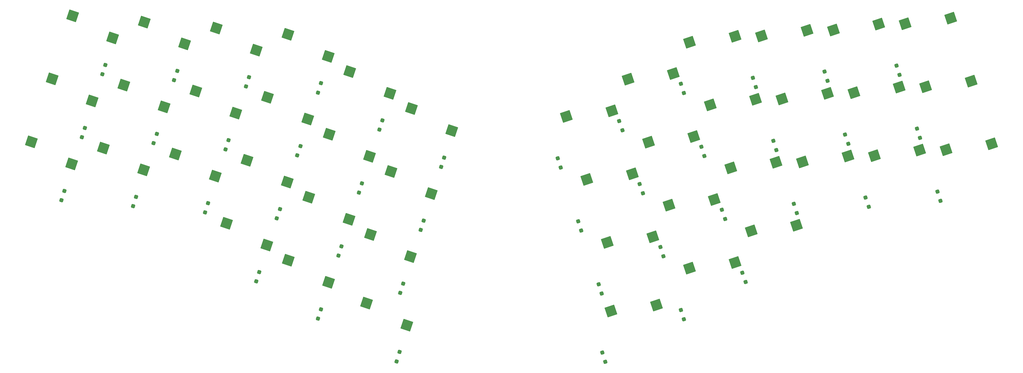
<source format=gbp>
G04 #@! TF.GenerationSoftware,KiCad,Pcbnew,8.0.4*
G04 #@! TF.CreationDate,2024-08-25T22:17:31+07:00*
G04 #@! TF.ProjectId,ozprey,6f7a7072-6579-42e6-9b69-6361645f7063,1.0*
G04 #@! TF.SameCoordinates,Original*
G04 #@! TF.FileFunction,Paste,Bot*
G04 #@! TF.FilePolarity,Positive*
%FSLAX46Y46*%
G04 Gerber Fmt 4.6, Leading zero omitted, Abs format (unit mm)*
G04 Created by KiCad (PCBNEW 8.0.4) date 2024-08-25 22:17:31*
%MOMM*%
%LPD*%
G01*
G04 APERTURE LIST*
G04 Aperture macros list*
%AMRoundRect*
0 Rectangle with rounded corners*
0 $1 Rounding radius*
0 $2 $3 $4 $5 $6 $7 $8 $9 X,Y pos of 4 corners*
0 Add a 4 corners polygon primitive as box body*
4,1,4,$2,$3,$4,$5,$6,$7,$8,$9,$2,$3,0*
0 Add four circle primitives for the rounded corners*
1,1,$1+$1,$2,$3*
1,1,$1+$1,$4,$5*
1,1,$1+$1,$6,$7*
1,1,$1+$1,$8,$9*
0 Add four rect primitives between the rounded corners*
20,1,$1+$1,$2,$3,$4,$5,0*
20,1,$1+$1,$4,$5,$6,$7,0*
20,1,$1+$1,$6,$7,$8,$9,0*
20,1,$1+$1,$8,$9,$2,$3,0*%
%AMRotRect*
0 Rectangle, with rotation*
0 The origin of the aperture is its center*
0 $1 length*
0 $2 width*
0 $3 Rotation angle, in degrees counterclockwise*
0 Add horizontal line*
21,1,$1,$2,0,0,$3*%
G04 Aperture macros list end*
%ADD10RotRect,2.600000X2.600000X18.000000*%
%ADD11RotRect,2.600000X2.600000X342.000000*%
%ADD12RoundRect,0.250000X0.160510X-0.315018X0.315018X0.160510X-0.160510X0.315018X-0.315018X-0.160510X0*%
%ADD13RoundRect,0.250000X0.315018X-0.160510X0.160510X0.315018X-0.315018X0.160510X-0.160510X-0.315018X0*%
G04 APERTURE END LIST*
D10*
G04 #@! TO.C,SW40*
X252036613Y-56433016D03*
X263701153Y-54956194D03*
G04 #@! TD*
G04 #@! TO.C,SW37*
X233619713Y-58000916D03*
X245284253Y-56524094D03*
G04 #@! TD*
G04 #@! TO.C,SW34*
X215202913Y-59568816D03*
X226867453Y-58091994D03*
G04 #@! TD*
G04 #@! TO.C,SW30*
X196786013Y-61136716D03*
X208450553Y-59659894D03*
G04 #@! TD*
G04 #@! TO.C,SW26*
X180964813Y-70693416D03*
X192629353Y-69216594D03*
G04 #@! TD*
G04 #@! TO.C,SW22*
X165143713Y-80250116D03*
X176808253Y-78773294D03*
G04 #@! TD*
D11*
G04 #@! TO.C,SW18*
X125447415Y-78226055D03*
X135752280Y-83887526D03*
G04 #@! TD*
G04 #@! TO.C,SW14*
X109626215Y-68669355D03*
X119931080Y-74330826D03*
G04 #@! TD*
G04 #@! TO.C,SW10*
X93805115Y-59112655D03*
X104109980Y-64774126D03*
G04 #@! TD*
G04 #@! TO.C,SW7*
X75388215Y-57544755D03*
X85693080Y-63206226D03*
G04 #@! TD*
G04 #@! TO.C,SW4*
X56971315Y-55976855D03*
X67276180Y-61638326D03*
G04 #@! TD*
G04 #@! TO.C,SW1*
X38554415Y-54408955D03*
X48859280Y-60070426D03*
G04 #@! TD*
D10*
G04 #@! TO.C,SW41*
X257289913Y-72601016D03*
X268954453Y-71124194D03*
G04 #@! TD*
G04 #@! TO.C,SW38*
X238873013Y-74168916D03*
X250537553Y-72692094D03*
G04 #@! TD*
G04 #@! TO.C,SW35*
X220456113Y-75736716D03*
X232120653Y-74259894D03*
G04 #@! TD*
G04 #@! TO.C,SW31*
X202039313Y-77304616D03*
X213703853Y-75827794D03*
G04 #@! TD*
G04 #@! TO.C,SW27*
X186218113Y-86861416D03*
X197882653Y-85384594D03*
G04 #@! TD*
G04 #@! TO.C,SW23*
X170397013Y-96418116D03*
X182061553Y-94941294D03*
G04 #@! TD*
D11*
G04 #@! TO.C,SW19*
X120194115Y-94394055D03*
X130498980Y-100055526D03*
G04 #@! TD*
G04 #@! TO.C,SW15*
X104372915Y-84837355D03*
X114677780Y-90498826D03*
G04 #@! TD*
G04 #@! TO.C,SW11*
X88551815Y-75280555D03*
X98856680Y-80942026D03*
G04 #@! TD*
G04 #@! TO.C,SW8*
X70134915Y-73712655D03*
X80439780Y-79374126D03*
G04 #@! TD*
G04 #@! TO.C,SW5*
X51718015Y-72144855D03*
X62022880Y-77806326D03*
G04 #@! TD*
G04 #@! TO.C,SW2*
X33301115Y-70576955D03*
X43605980Y-76238426D03*
G04 #@! TD*
D10*
G04 #@! TO.C,SW42*
X262543213Y-88769016D03*
X274207753Y-87292194D03*
G04 #@! TD*
G04 #@! TO.C,SW39*
X244126313Y-90336816D03*
X255790853Y-88859994D03*
G04 #@! TD*
G04 #@! TO.C,SW36*
X225709413Y-91904716D03*
X237373953Y-90427894D03*
G04 #@! TD*
G04 #@! TO.C,SW32*
X207292513Y-93472616D03*
X218957053Y-91995794D03*
G04 #@! TD*
G04 #@! TO.C,SW28*
X191471413Y-103029316D03*
X203135953Y-101552494D03*
G04 #@! TD*
G04 #@! TO.C,SW24*
X175650313Y-112586116D03*
X187314853Y-111109294D03*
G04 #@! TD*
D11*
G04 #@! TO.C,SW20*
X114940815Y-110562055D03*
X125245680Y-116223526D03*
G04 #@! TD*
G04 #@! TO.C,SW16*
X99119615Y-101005255D03*
X109424480Y-106666726D03*
G04 #@! TD*
G04 #@! TO.C,SW12*
X83298515Y-91448555D03*
X93603380Y-97110026D03*
G04 #@! TD*
G04 #@! TO.C,SW9*
X64881615Y-89880655D03*
X75186480Y-95542126D03*
G04 #@! TD*
G04 #@! TO.C,SW6*
X46464715Y-88312755D03*
X56769580Y-93974226D03*
G04 #@! TD*
G04 #@! TO.C,SW3*
X28047815Y-86744955D03*
X38352680Y-92406426D03*
G04 #@! TD*
D10*
G04 #@! TO.C,SW33*
X212545813Y-109640516D03*
X224210353Y-108163694D03*
G04 #@! TD*
G04 #@! TO.C,SW29*
X196724713Y-119197316D03*
X208389253Y-117720494D03*
G04 #@! TD*
D11*
G04 #@! TO.C,SW21*
X113967315Y-128120555D03*
X124272180Y-133782026D03*
G04 #@! TD*
G04 #@! TO.C,SW17*
X93866415Y-117173255D03*
X104171280Y-122834726D03*
G04 #@! TD*
D10*
G04 #@! TO.C,SW25*
X176623813Y-130144616D03*
X188288353Y-128667794D03*
G04 #@! TD*
D11*
G04 #@! TO.C,SW13*
X78045215Y-107616455D03*
X88350080Y-113277926D03*
G04 #@! TD*
D12*
G04 #@! TO.C,D11*
X96201903Y-90256293D03*
X96974445Y-87878651D03*
G04 #@! TD*
D13*
G04 #@! TO.C,D39*
X242684945Y-103441893D03*
X241912403Y-101064251D03*
G04 #@! TD*
D12*
G04 #@! TO.C,D12*
X90948603Y-106424193D03*
X91721145Y-104046551D03*
G04 #@! TD*
G04 #@! TO.C,D10*
X101455103Y-74088293D03*
X102227645Y-71710651D03*
G04 #@! TD*
D13*
G04 #@! TO.C,D26*
X179523445Y-83798493D03*
X178750903Y-81420851D03*
G04 #@! TD*
G04 #@! TO.C,D24*
X174208845Y-125691093D03*
X173436303Y-123313451D03*
G04 #@! TD*
D12*
G04 #@! TO.C,D4*
X64621403Y-70952593D03*
X65393945Y-68574951D03*
G04 #@! TD*
D13*
G04 #@! TO.C,D25*
X175182345Y-143249593D03*
X174409803Y-140871951D03*
G04 #@! TD*
D12*
G04 #@! TO.C,D16*
X106769703Y-115980993D03*
X107542245Y-113603351D03*
G04 #@! TD*
G04 #@! TO.C,D17*
X101516403Y-132148893D03*
X102288945Y-129771251D03*
G04 #@! TD*
G04 #@! TO.C,D14*
X117276303Y-83644993D03*
X118048845Y-81267351D03*
G04 #@! TD*
D13*
G04 #@! TO.C,D32*
X205851145Y-106577593D03*
X205078603Y-104199951D03*
G04 #@! TD*
G04 #@! TO.C,D27*
X184776745Y-99966393D03*
X184004203Y-97588751D03*
G04 #@! TD*
G04 #@! TO.C,D38*
X237431645Y-87273893D03*
X236659103Y-84896251D03*
G04 #@! TD*
D12*
G04 #@! TO.C,D20*
X122590903Y-125537693D03*
X123363445Y-123160051D03*
G04 #@! TD*
G04 #@! TO.C,D21*
X121617303Y-143096193D03*
X122389845Y-140718551D03*
G04 #@! TD*
G04 #@! TO.C,D3*
X35697903Y-101720593D03*
X36470445Y-99342951D03*
G04 #@! TD*
D13*
G04 #@! TO.C,D37*
X232178345Y-71105993D03*
X231405803Y-68728351D03*
G04 #@! TD*
G04 #@! TO.C,D30*
X195344545Y-74241693D03*
X194572003Y-71864051D03*
G04 #@! TD*
D12*
G04 #@! TO.C,D9*
X72531703Y-104856393D03*
X73304245Y-102478751D03*
G04 #@! TD*
G04 #@! TO.C,D18*
X133097403Y-93201793D03*
X133869945Y-90824151D03*
G04 #@! TD*
G04 #@! TO.C,D2*
X40951203Y-85552693D03*
X41723745Y-83175051D03*
G04 #@! TD*
D13*
G04 #@! TO.C,D34*
X213761445Y-72673793D03*
X212988903Y-70296151D03*
G04 #@! TD*
G04 #@! TO.C,D42*
X261101845Y-101873993D03*
X260329303Y-99496351D03*
G04 #@! TD*
G04 #@! TO.C,D31*
X200597845Y-90409693D03*
X199825303Y-88032051D03*
G04 #@! TD*
D12*
G04 #@! TO.C,D13*
X85695303Y-122592193D03*
X86467845Y-120214551D03*
G04 #@! TD*
D13*
G04 #@! TO.C,D40*
X250595245Y-69538093D03*
X249822703Y-67160451D03*
G04 #@! TD*
G04 #@! TO.C,D41*
X255848545Y-85706093D03*
X255076003Y-83328451D03*
G04 #@! TD*
D12*
G04 #@! TO.C,D6*
X54114803Y-103288493D03*
X54887345Y-100910851D03*
G04 #@! TD*
D13*
G04 #@! TO.C,D29*
X195283245Y-132302293D03*
X194510703Y-129924651D03*
G04 #@! TD*
G04 #@! TO.C,D22*
X163702245Y-93355193D03*
X162929703Y-90977551D03*
G04 #@! TD*
G04 #@! TO.C,D33*
X211104445Y-122745593D03*
X210331903Y-120367951D03*
G04 #@! TD*
D12*
G04 #@! TO.C,D15*
X112023003Y-99812993D03*
X112795545Y-97435351D03*
G04 #@! TD*
D13*
G04 #@! TO.C,D28*
X190029945Y-116134393D03*
X189257403Y-113756751D03*
G04 #@! TD*
G04 #@! TO.C,D36*
X224268045Y-105009793D03*
X223495503Y-102632151D03*
G04 #@! TD*
G04 #@! TO.C,D23*
X168955545Y-109523193D03*
X168183003Y-107145551D03*
G04 #@! TD*
D12*
G04 #@! TO.C,D1*
X46204003Y-69384593D03*
X46976545Y-67006951D03*
G04 #@! TD*
D13*
G04 #@! TO.C,D35*
X219014745Y-88841793D03*
X218242203Y-86464151D03*
G04 #@! TD*
D12*
G04 #@! TO.C,D5*
X59367103Y-87120193D03*
X60139645Y-84742551D03*
G04 #@! TD*
G04 #@! TO.C,D7*
X83038303Y-72520393D03*
X83810845Y-70142751D03*
G04 #@! TD*
G04 #@! TO.C,D19*
X127844103Y-109369793D03*
X128616645Y-106992151D03*
G04 #@! TD*
G04 #@! TO.C,D8*
X77785003Y-88688393D03*
X78557545Y-86310751D03*
G04 #@! TD*
M02*

</source>
